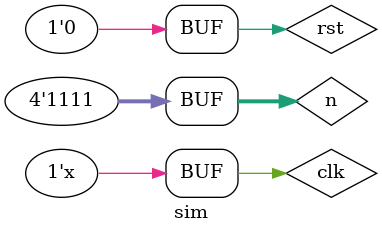
<source format=v>
`timescale 1ns / 1ps

module sim( );
    reg clk=1'b0,rst=1'b0;
    always #5
        clk=~clk;       //Ä£ÄâÊ±ÖÓÂö³å
    initial
    begin
        #4 rst=1'b1;    //Ä£Äâ°´ÏÂ¸´Î»¼ü
        #2 rst=1'b0;
    end
    reg[3:0] n=4'b1111; //È¡nÎª15
    wire[7:0] result;
    CPU mycpu(.clk(clk),.rst(rst),.switch(n),.result(result));
endmodule
</source>
